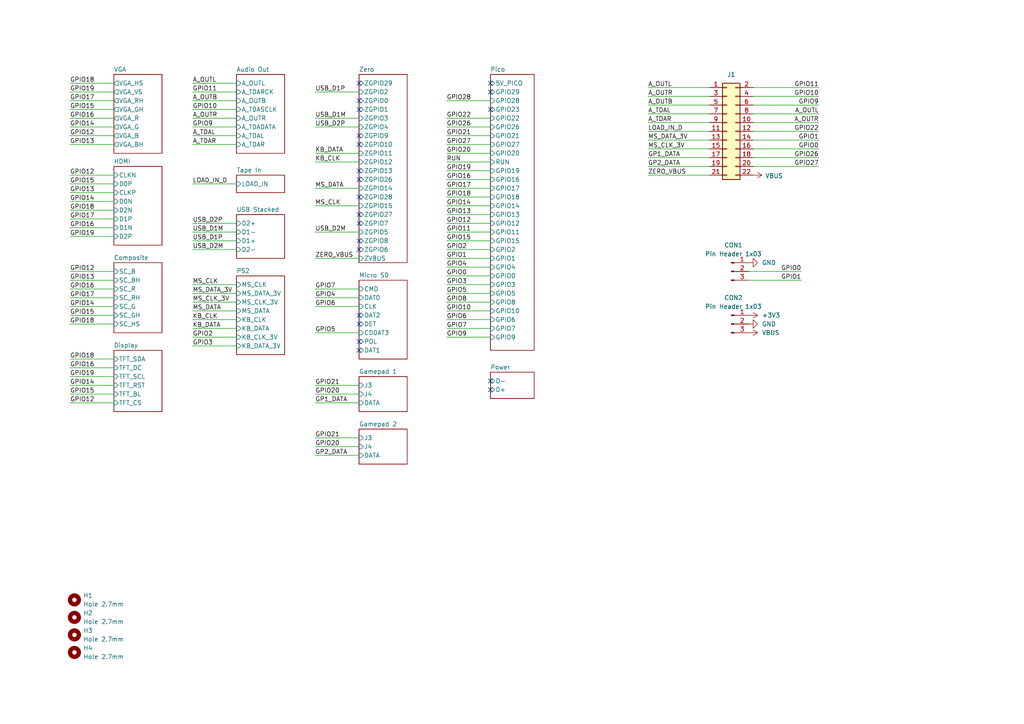
<source format=kicad_sch>
(kicad_sch (version 20231120) (generator "eeschema") (generator_version "8.0")
  (paper "A4")
  (title_block (title "FRANK") (date "2025-02-18") (rev "1.13") (company "Mikhail Matveev") (comment 1 "https://github.com/xtremespb/frank"))
  (lib_symbols
    (symbol "Connector:Conn_01x03_Pin" (pin_names (offset 1.016) hide)
      (property "Reference" "J" (at 0 5.08 0))
      (property "Value" "Conn_01x03_Pin" (at 0 -5.08 0))
      (symbol "Conn_01x03_Pin_1_1"
        (polyline (pts (xy 1.27 -2.54) (xy 0.8636 -2.54)) (stroke (width 0.1524)))
        (polyline (pts (xy 1.27 0) (xy 0.8636 0)) (stroke (width 0.1524)))
        (polyline (pts (xy 1.27 2.54) (xy 0.8636 2.54)) (stroke (width 0.1524)))
        (rectangle (start 0.8636 -2.413) (end 0 -2.667) (stroke (width 0.1524)) (fill (type outline)))
        (rectangle (start 0.8636 0.127) (end 0 -0.127) (stroke (width 0.1524)) (fill (type outline)))
        (rectangle (start 0.8636 2.667) (end 0 2.413) (stroke (width 0.1524)) (fill (type outline)))
        (pin passive line (at 5.08 2.54 180) (length 3.81) (name "Pin_1") (number "1"))
        (pin passive line (at 5.08 0 180) (length 3.81) (name "Pin_2") (number "2"))
        (pin passive line (at 5.08 -2.54 180) (length 3.81) (name "Pin_3") (number "3"))
      )
    )
    (symbol "Connector_Generic:Conn_02x11_Odd_Even" (pin_names (offset 1.016) hide)
      (property "Reference" "J" (at 1.27 15.24 0))
      (property "Value" "Conn_02x11_Odd_Even" (at 1.27 -15.24 0))
      (symbol "Conn_02x11_Odd_Even_1_1"
        (rectangle (start -1.27 -12.573) (end 0 -12.827) (stroke (width 0.1524)))
        (rectangle (start -1.27 -10.033) (end 0 -10.287) (stroke (width 0.1524)))
        (rectangle (start -1.27 -7.493) (end 0 -7.747) (stroke (width 0.1524)))
        (rectangle (start -1.27 -4.953) (end 0 -5.207) (stroke (width 0.1524)))
        (rectangle (start -1.27 -2.413) (end 0 -2.667) (stroke (width 0.1524)))
        (rectangle (start -1.27 0.127) (end 0 -0.127) (stroke (width 0.1524)))
        (rectangle (start -1.27 2.667) (end 0 2.413) (stroke (width 0.1524)))
        (rectangle (start -1.27 5.207) (end 0 4.953) (stroke (width 0.1524)))
        (rectangle (start -1.27 7.747) (end 0 7.493) (stroke (width 0.1524)))
        (rectangle (start -1.27 10.287) (end 0 10.033) (stroke (width 0.1524)))
        (rectangle (start -1.27 12.827) (end 0 12.573) (stroke (width 0.1524)))
        (rectangle (start -1.27 13.97) (end 3.81 -13.97) (stroke (width 0.254)) (fill (type background)))
        (rectangle (start 3.81 -12.573) (end 2.54 -12.827) (stroke (width 0.1524)))
        (rectangle (start 3.81 -10.033) (end 2.54 -10.287) (stroke (width 0.1524)))
        (rectangle (start 3.81 -7.493) (end 2.54 -7.747) (stroke (width 0.1524)))
        (rectangle (start 3.81 -4.953) (end 2.54 -5.207) (stroke (width 0.1524)))
        (rectangle (start 3.81 -2.413) (end 2.54 -2.667) (stroke (width 0.1524)))
        (rectangle (start 3.81 0.127) (end 2.54 -0.127) (stroke (width 0.1524)))
        (rectangle (start 3.81 2.667) (end 2.54 2.413) (stroke (width 0.1524)))
        (rectangle (start 3.81 5.207) (end 2.54 4.953) (stroke (width 0.1524)))
        (rectangle (start 3.81 7.747) (end 2.54 7.493) (stroke (width 0.1524)))
        (rectangle (start 3.81 10.287) (end 2.54 10.033) (stroke (width 0.1524)))
        (rectangle (start 3.81 12.827) (end 2.54 12.573) (stroke (width 0.1524)))
        (pin passive line (at -5.08 12.7 0) (length 3.81) (name "Pin_1") (number "1"))
        (pin passive line (at 7.62 2.54 180) (length 3.81) (name "Pin_10") (number "10"))
        (pin passive line (at -5.08 0 0) (length 3.81) (name "Pin_11") (number "11"))
        (pin passive line (at 7.62 0 180) (length 3.81) (name "Pin_12") (number "12"))
        (pin passive line (at -5.08 -2.54 0) (length 3.81) (name "Pin_13") (number "13"))
        (pin passive line (at 7.62 -2.54 180) (length 3.81) (name "Pin_14") (number "14"))
        (pin passive line (at -5.08 -5.08 0) (length 3.81) (name "Pin_15") (number "15"))
        (pin passive line (at 7.62 -5.08 180) (length 3.81) (name "Pin_16") (number "16"))
        (pin passive line (at -5.08 -7.62 0) (length 3.81) (name "Pin_17") (number "17"))
        (pin passive line (at 7.62 -7.62 180) (length 3.81) (name "Pin_18") (number "18"))
        (pin passive line (at -5.08 -10.16 0) (length 3.81) (name "Pin_19") (number "19"))
        (pin passive line (at 7.62 12.7 180) (length 3.81) (name "Pin_2") (number "2"))
        (pin passive line (at 7.62 -10.16 180) (length 3.81) (name "Pin_20") (number "20"))
        (pin passive line (at -5.08 -12.7 0) (length 3.81) (name "Pin_21") (number "21"))
        (pin passive line (at 7.62 -12.7 180) (length 3.81) (name "Pin_22") (number "22"))
        (pin passive line (at -5.08 10.16 0) (length 3.81) (name "Pin_3") (number "3"))
        (pin passive line (at 7.62 10.16 180) (length 3.81) (name "Pin_4") (number "4"))
        (pin passive line (at -5.08 7.62 0) (length 3.81) (name "Pin_5") (number "5"))
        (pin passive line (at 7.62 7.62 180) (length 3.81) (name "Pin_6") (number "6"))
        (pin passive line (at -5.08 5.08 0) (length 3.81) (name "Pin_7") (number "7"))
        (pin passive line (at 7.62 5.08 180) (length 3.81) (name "Pin_8") (number "8"))
        (pin passive line (at -5.08 2.54 0) (length 3.81) (name "Pin_9") (number "9"))
      )
    )
    (symbol "Mechanical:MountingHole" (pin_names (offset 1.016)) (exclude_from_sim yes) (in_bom no)
      (property "Reference" "H" (at 0 5.08 0))
      (property "Value" "MountingHole" (at 0 3.175 0))
      (symbol "MountingHole_0_1"
        (circle (center 0 0) (radius 1.27) (stroke (width 1.27)))
      )
    )
    (symbol "power:+3V3" (power) (pin_numbers hide) (pin_names (offset 0) hide)
      (property "Value" "+3V3" (at 0 3.556 0))
      (symbol "+3V3_0_1"
        (polyline (pts (xy -0.762 1.27) (xy 0 2.54)))
        (polyline (pts (xy 0 0) (xy 0 2.54)))
        (polyline (pts (xy 0 2.54) (xy 0.762 1.27)))
      )
      (symbol "+3V3_1_1"
        (pin power_in line (at 0 0 90) (length 0) (name "~") (number "1"))
      )
    )
    (symbol "power:GND" (power) (pin_numbers hide) (pin_names (offset 0) hide)
      (property "Value" "GND" (at 0 -3.81 0))
      (symbol "GND_0_1"
        (polyline (pts (xy 0 0) (xy 0 -1.27) (xy 1.27 -1.27) (xy 0 -2.54) (xy -1.27 -1.27) (xy 0 -1.27)))
      )
      (symbol "GND_1_1"
        (pin power_in line (at 0 0 270) (length 0) (name "~") (number "1"))
      )
    )
    (symbol "power:VBUS" (power) (pin_numbers hide) (pin_names (offset 0) hide)
      (property "Value" "VBUS" (at 0 3.556 0))
      (symbol "VBUS_0_1"
        (polyline (pts (xy -0.762 1.27) (xy 0 2.54)))
        (polyline (pts (xy 0 0) (xy 0 2.54)))
        (polyline (pts (xy 0 2.54) (xy 0.762 1.27)))
      )
      (symbol "VBUS_1_1"
        (pin power_in line (at 0 0 90) (length 0) (name "~") (number "1"))
      )
    )
  )
  (no_connect (at 104.14 101.6))
  (no_connect (at 104.14 52.07))
  (no_connect (at 104.14 62.23))
  (no_connect (at 104.14 72.39))
  (no_connect (at 104.14 99.06))
  (no_connect (at 142.24 24.13))
  (no_connect (at 104.14 57.15))
  (no_connect (at 104.14 64.77))
  (no_connect (at 104.14 93.98))
  (no_connect (at 104.14 69.85))
  (no_connect (at 104.14 91.44))
  (no_connect (at 104.14 49.53))
  (no_connect (at 104.14 29.21))
  (no_connect (at 142.24 31.75))
  (no_connect (at 142.24 26.67))
  (no_connect (at 104.14 24.13))
  (no_connect (at 104.14 31.75))
  (no_connect (at 142.24 113.03))
  (no_connect (at 142.24 110.49))
  (no_connect (at 104.14 41.91))
  (no_connect (at 104.14 39.37))
  (wire (pts (xy 55.88 95.25) (xy 68.58 95.25)))
  (wire (pts (xy 187.96 50.8) (xy 205.74 50.8)))
  (wire (pts (xy 129.54 52.07) (xy 142.24 52.07)))
  (wire (pts (xy 55.88 53.34) (xy 68.58 53.34)))
  (wire (pts (xy 218.44 38.1) (xy 237.49 38.1)))
  (wire (pts (xy 91.44 74.93) (xy 104.14 74.93)))
  (wire (pts (xy 91.44 86.36) (xy 104.14 86.36)))
  (wire (pts (xy 20.32 93.98) (xy 33.02 93.98)))
  (wire (pts (xy 187.96 48.26) (xy 205.74 48.26)))
  (wire (pts (xy 20.32 63.5) (xy 33.02 63.5)))
  (wire (pts (xy 91.44 59.69) (xy 104.14 59.69)))
  (wire (pts (xy 55.88 41.91) (xy 68.58 41.91)))
  (wire (pts (xy 187.96 25.4) (xy 205.74 25.4)))
  (wire (pts (xy 187.96 27.94) (xy 205.74 27.94)))
  (wire (pts (xy 20.32 106.68) (xy 33.02 106.68)))
  (wire (pts (xy 129.54 44.45) (xy 142.24 44.45)))
  (wire (pts (xy 91.44 67.31) (xy 104.14 67.31)))
  (wire (pts (xy 55.88 90.17) (xy 68.58 90.17)))
  (wire (pts (xy 20.32 39.37) (xy 33.02 39.37)))
  (wire (pts (xy 187.96 40.64) (xy 205.74 40.64)))
  (wire (pts (xy 55.88 72.39) (xy 68.58 72.39)))
  (wire (pts (xy 91.44 34.29) (xy 104.14 34.29)))
  (wire (pts (xy 129.54 74.93) (xy 142.24 74.93)))
  (wire (pts (xy 91.44 116.84) (xy 104.14 116.84)))
  (wire (pts (xy 232.41 81.28) (xy 217.17 81.28)))
  (wire (pts (xy 218.44 33.02) (xy 237.49 33.02)))
  (wire (pts (xy 20.32 41.91) (xy 33.02 41.91)))
  (wire (pts (xy 55.88 67.31) (xy 68.58 67.31)))
  (wire (pts (xy 91.44 54.61) (xy 104.14 54.61)))
  (wire (pts (xy 20.32 86.36) (xy 33.02 86.36)))
  (wire (pts (xy 187.96 38.1) (xy 205.74 38.1)))
  (wire (pts (xy 129.54 54.61) (xy 142.24 54.61)))
  (wire (pts (xy 218.44 27.94) (xy 237.49 27.94)))
  (wire (pts (xy 20.32 111.76) (xy 33.02 111.76)))
  (wire (pts (xy 55.88 29.21) (xy 68.58 29.21)))
  (wire (pts (xy 91.44 26.67) (xy 104.14 26.67)))
  (wire (pts (xy 91.44 36.83) (xy 104.14 36.83)))
  (wire (pts (xy 129.54 34.29) (xy 142.24 34.29)))
  (wire (pts (xy 20.32 58.42) (xy 33.02 58.42)))
  (wire (pts (xy 20.32 114.3) (xy 33.02 114.3)))
  (wire (pts (xy 129.54 46.99) (xy 142.24 46.99)))
  (wire (pts (xy 20.32 109.22) (xy 33.02 109.22)))
  (wire (pts (xy 187.96 43.18) (xy 205.74 43.18)))
  (wire (pts (xy 129.54 77.47) (xy 142.24 77.47)))
  (wire (pts (xy 129.54 95.25) (xy 142.24 95.25)))
  (wire (pts (xy 129.54 62.23) (xy 142.24 62.23)))
  (wire (pts (xy 91.44 127) (xy 104.14 127)))
  (wire (pts (xy 20.32 53.34) (xy 33.02 53.34)))
  (wire (pts (xy 129.54 87.63) (xy 142.24 87.63)))
  (wire (pts (xy 20.32 50.8) (xy 33.02 50.8)))
  (wire (pts (xy 20.32 83.82) (xy 33.02 83.82)))
  (wire (pts (xy 129.54 57.15) (xy 142.24 57.15)))
  (wire (pts (xy 91.44 44.45) (xy 104.14 44.45)))
  (wire (pts (xy 129.54 39.37) (xy 142.24 39.37)))
  (wire (pts (xy 55.88 92.71) (xy 68.58 92.71)))
  (wire (pts (xy 218.44 30.48) (xy 237.49 30.48)))
  (wire (pts (xy 91.44 96.52) (xy 104.14 96.52)))
  (wire (pts (xy 218.44 43.18) (xy 237.49 43.18)))
  (wire (pts (xy 55.88 97.79) (xy 68.58 97.79)))
  (wire (pts (xy 20.32 36.83) (xy 33.02 36.83)))
  (wire (pts (xy 20.32 31.75) (xy 33.02 31.75)))
  (wire (pts (xy 55.88 85.09) (xy 68.58 85.09)))
  (wire (pts (xy 55.88 26.67) (xy 68.58 26.67)))
  (wire (pts (xy 129.54 59.69) (xy 142.24 59.69)))
  (wire (pts (xy 20.32 24.13) (xy 33.02 24.13)))
  (wire (pts (xy 91.44 132.08) (xy 104.14 132.08)))
  (wire (pts (xy 20.32 66.04) (xy 33.02 66.04)))
  (wire (pts (xy 55.88 64.77) (xy 68.58 64.77)))
  (wire (pts (xy 20.32 78.74) (xy 33.02 78.74)))
  (wire (pts (xy 129.54 72.39) (xy 142.24 72.39)))
  (wire (pts (xy 55.88 87.63) (xy 68.58 87.63)))
  (wire (pts (xy 20.32 34.29) (xy 33.02 34.29)))
  (wire (pts (xy 20.32 55.88) (xy 33.02 55.88)))
  (wire (pts (xy 129.54 85.09) (xy 142.24 85.09)))
  (wire (pts (xy 218.44 45.72) (xy 237.49 45.72)))
  (wire (pts (xy 55.88 34.29) (xy 68.58 34.29)))
  (wire (pts (xy 129.54 82.55) (xy 142.24 82.55)))
  (wire (pts (xy 129.54 36.83) (xy 142.24 36.83)))
  (wire (pts (xy 218.44 40.64) (xy 237.49 40.64)))
  (wire (pts (xy 91.44 111.76) (xy 104.14 111.76)))
  (wire (pts (xy 218.44 48.26) (xy 237.49 48.26)))
  (wire (pts (xy 129.54 41.91) (xy 142.24 41.91)))
  (wire (pts (xy 218.44 35.56) (xy 237.49 35.56)))
  (wire (pts (xy 129.54 67.31) (xy 142.24 67.31)))
  (wire (pts (xy 55.88 69.85) (xy 68.58 69.85)))
  (wire (pts (xy 20.32 104.14) (xy 33.02 104.14)))
  (wire (pts (xy 20.32 81.28) (xy 33.02 81.28)))
  (wire (pts (xy 20.32 88.9) (xy 33.02 88.9)))
  (wire (pts (xy 55.88 24.13) (xy 68.58 24.13)))
  (wire (pts (xy 20.32 29.21) (xy 33.02 29.21)))
  (wire (pts (xy 20.32 91.44) (xy 33.02 91.44)))
  (wire (pts (xy 129.54 97.79) (xy 142.24 97.79)))
  (wire (pts (xy 55.88 36.83) (xy 68.58 36.83)))
  (wire (pts (xy 129.54 90.17) (xy 142.24 90.17)))
  (wire (pts (xy 129.54 29.21) (xy 142.24 29.21)))
  (wire (pts (xy 55.88 31.75) (xy 68.58 31.75)))
  (wire (pts (xy 129.54 69.85) (xy 142.24 69.85)))
  (wire (pts (xy 218.44 25.4) (xy 237.49 25.4)))
  (wire (pts (xy 187.96 30.48) (xy 205.74 30.48)))
  (wire (pts (xy 129.54 64.77) (xy 142.24 64.77)))
  (wire (pts (xy 187.96 35.56) (xy 205.74 35.56)))
  (wire (pts (xy 91.44 114.3) (xy 104.14 114.3)))
  (wire (pts (xy 187.96 45.72) (xy 205.74 45.72)))
  (wire (pts (xy 232.41 78.74) (xy 217.17 78.74)))
  (wire (pts (xy 20.32 116.84) (xy 33.02 116.84)))
  (wire (pts (xy 129.54 49.53) (xy 142.24 49.53)))
  (wire (pts (xy 55.88 100.33) (xy 68.58 100.33)))
  (wire (pts (xy 55.88 39.37) (xy 68.58 39.37)))
  (wire (pts (xy 91.44 129.54) (xy 104.14 129.54)))
  (wire (pts (xy 91.44 46.99) (xy 104.14 46.99)))
  (wire (pts (xy 20.32 26.67) (xy 33.02 26.67)))
  (wire (pts (xy 20.32 60.96) (xy 33.02 60.96)))
  (wire (pts (xy 129.54 92.71) (xy 142.24 92.71)))
  (wire (pts (xy 91.44 88.9) (xy 104.14 88.9)))
  (wire (pts (xy 129.54 80.01) (xy 142.24 80.01)))
  (wire (pts (xy 20.32 68.58) (xy 33.02 68.58)))
  (wire (pts (xy 55.88 82.55) (xy 68.58 82.55)))
  (wire (pts (xy 187.96 33.02) (xy 205.74 33.02)))
  (wire (pts (xy 91.44 83.82) (xy 104.14 83.82)))
  (label "GPIO16" (at 20.32 83.82 0))
  (label "A_OUTL" (at 237.49 33.02 180))
  (label "GPIO13" (at 20.32 55.88 0))
  (label "GPIO20" (at 91.44 129.54 0))
  (label "GPIO21" (at 91.44 127 0))
  (label "GPIO7" (at 91.44 83.82 0))
  (label "GPIO18" (at 20.32 24.13 0))
  (label "USB_D1P" (at 91.44 26.67 0))
  (label "GPIO15" (at 20.32 31.75 0))
  (label "GPIO20" (at 129.54 44.45 0))
  (label "GPIO14" (at 20.32 88.9 0))
  (label "GPIO9" (at 129.54 97.79 0))
  (label "GPIO3" (at 129.54 82.55 0))
  (label "GP1_DATA" (at 91.44 116.84 0))
  (label "GPIO1" (at 232.41 81.28 180))
  (label "GPIO27" (at 129.54 41.91 0))
  (label "GPIO17" (at 129.54 54.61 0))
  (label "GPIO20" (at 91.44 114.3 0))
  (label "A_TDAL" (at 187.96 33.02 0))
  (label "GPIO27" (at 237.49 48.26 180))
  (label "GPIO6" (at 129.54 92.71 0))
  (label "GPIO9" (at 55.88 36.83 0))
  (label "LOAD_IN_D" (at 55.88 53.34 0))
  (label "A_OUTL" (at 187.96 25.4 0))
  (label "GPIO5" (at 91.44 96.52 0))
  (label "MS_DATA" (at 55.88 90.17 0))
  (label "ZERO_VBUS" (at 187.96 50.8 0))
  (label "GPIO11" (at 55.88 26.67 0))
  (label "GP2_DATA" (at 187.96 48.26 0))
  (label "RUN" (at 129.54 46.99 0))
  (label "ZERO_VBUS" (at 91.44 74.93 0))
  (label "GPIO10" (at 55.88 31.75 0))
  (label "GPIO15" (at 20.32 91.44 0))
  (label "GPIO18" (at 20.32 60.96 0))
  (label "GPIO13" (at 129.54 62.23 0))
  (label "GPIO8" (at 129.54 87.63 0))
  (label "KB_DATA" (at 55.88 95.25 0))
  (label "KB_CLK" (at 91.44 46.99 0))
  (label "MS_CLK_3V" (at 187.96 43.18 0))
  (label "USB_D1M" (at 55.88 67.31 0))
  (label "GPIO1" (at 237.49 40.64 180))
  (label "USB_D2P" (at 55.88 64.77 0))
  (label "A_TDAL" (at 55.88 39.37 0))
  (label "GPIO2" (at 129.54 72.39 0))
  (label "GPIO28" (at 129.54 29.21 0))
  (label "GPIO13" (at 20.32 81.28 0))
  (label "GPIO14" (at 129.54 59.69 0))
  (label "GPIO22" (at 129.54 34.29 0))
  (label "LOAD_IN_D" (at 187.96 38.1 0))
  (label "USB_D2M" (at 55.88 72.39 0))
  (label "GPIO2" (at 55.88 97.79 0))
  (label "MS_DATA" (at 91.44 54.61 0))
  (label "MS_CLK" (at 91.44 59.69 0))
  (label "KB_CLK" (at 55.88 92.71 0))
  (label "MS_CLK" (at 55.88 82.55 0))
  (label "GPIO19" (at 129.54 49.53 0))
  (label "A_OUTB" (at 55.88 29.21 0))
  (label "GPIO13" (at 20.32 41.91 0))
  (label "GPIO18" (at 129.54 57.15 0))
  (label "GPIO19" (at 20.32 109.22 0))
  (label "GPIO21" (at 129.54 39.37 0))
  (label "GPIO9" (at 237.49 30.48 180))
  (label "GPIO17" (at 20.32 86.36 0))
  (label "GPIO14" (at 20.32 111.76 0))
  (label "GPIO19" (at 20.32 68.58 0))
  (label "GPIO19" (at 20.32 26.67 0))
  (label "A_OUTB" (at 187.96 30.48 0))
  (label "GPIO6" (at 91.44 88.9 0))
  (label "GPIO12" (at 20.32 50.8 0))
  (label "GPIO5" (at 129.54 85.09 0))
  (label "GP2_DATA" (at 91.44 132.08 0))
  (label "GPIO18" (at 20.32 104.14 0))
  (label "GPIO3" (at 55.88 100.33 0))
  (label "MS_DATA_3V" (at 55.88 85.09 0))
  (label "MS_DATA_3V" (at 187.96 40.64 0))
  (label "GPIO14" (at 20.32 58.42 0))
  (label "GPIO15" (at 20.32 114.3 0))
  (label "GPIO17" (at 20.32 63.5 0))
  (label "GPIO10" (at 129.54 90.17 0))
  (label "KB_DATA" (at 91.44 44.45 0))
  (label "GPIO14" (at 20.32 36.83 0))
  (label "USB_D2P" (at 91.44 36.83 0))
  (label "MS_CLK_3V" (at 55.88 87.63 0))
  (label "GP1_DATA" (at 187.96 45.72 0))
  (label "GPIO11" (at 129.54 67.31 0))
  (label "GPIO4" (at 129.54 77.47 0))
  (label "GPIO10" (at 237.49 27.94 180))
  (label "GPIO7" (at 129.54 95.25 0))
  (label "GPIO26" (at 237.49 45.72 180))
  (label "A_OUTR" (at 187.96 27.94 0))
  (label "GPIO18" (at 20.32 93.98 0))
  (label "GPIO15" (at 129.54 69.85 0))
  (label "GPIO16" (at 20.32 34.29 0))
  (label "GPIO11" (at 237.49 25.4 180))
  (label "GPIO12" (at 20.32 39.37 0))
  (label "A_OUTR" (at 55.88 34.29 0))
  (label "GPIO17" (at 20.32 29.21 0))
  (label "A_OUTR" (at 237.49 35.56 180))
  (label "GPIO0" (at 129.54 80.01 0))
  (label "A_TDAR" (at 187.96 35.56 0))
  (label "GPIO12" (at 129.54 64.77 0))
  (label "GPIO1" (at 129.54 74.93 0))
  (label "A_TDAR" (at 55.88 41.91 0))
  (label "GPIO0" (at 232.41 78.74 180))
  (label "GPIO4" (at 91.44 86.36 0))
  (label "GPIO21" (at 91.44 111.76 0))
  (label "A_OUTL" (at 55.88 24.13 0))
  (label "GPIO26" (at 129.54 36.83 0))
  (label "GPIO15" (at 20.32 53.34 0))
  (label "GPIO16" (at 20.32 106.68 0))
  (label "USB_D1M" (at 91.44 34.29 0))
  (label "GPIO12" (at 20.32 78.74 0))
  (label "GPIO0" (at 237.49 43.18 180))
  (label "GPIO22" (at 237.49 38.1 180))
  (label "GPIO12" (at 20.32 116.84 0))
  (label "GPIO16" (at 20.32 66.04 0))
  (label "GPIO16" (at 129.54 52.07 0))
  (label "USB_D2M" (at 91.44 67.31 0))
  (label "USB_D1P" (at 55.88 69.85 0))
  (symbol (lib_id "power:VBUS") (at 217.17 96.52 270) (unit 1)
    (property "Reference" "#PWR05" (effects (hide yes)))
    (property "Value" "VBUS" (at 220.98 96.5199 90) (effects (justify left)))
    (property "Description" "Power symbol creates a global label with name \"VBUS\"" (effects (hide yes)))
  )
  (symbol (lib_id "Connector:Conn_01x03_Pin") (at 212.09 78.74 0) (unit 1)
    (property "Reference" "CON1" (at 212.725 71.12 0))
    (property "Value" "Pin Header 1x03" (at 212.725 73.66 0))
    (property "Footprint" "FRANK:Pin Header (1x03)" (effects (hide yes)))
    (property "Description" "Generic connector, single row, 01x03, script generated" (effects (hide yes)))
    (property "AliExpress" "https://www.aliexpress.com/item/1005007039504981.html" (effects (hide yes)))
  )
  (symbol (lib_id "power:+3V3") (at 217.17 91.44 270) (unit 1)
    (property "Reference" "#PWR03" (effects (hide yes)))
    (property "Value" "+3V3" (at 220.98 91.4399 90) (effects (justify left)))
    (property "Description" "Power symbol creates a global label with name \"+3V3\"" (effects (hide yes)))
  )
  (symbol (lib_id "Connector_Generic:Conn_02x11_Odd_Even") (at 210.82 38.1 0) (unit 1)
    (property "Reference" "J1" (at 212.09 21.59 0))
    (property "Value" "Pin Header 2x18" (effects (hide yes)))
    (property "Footprint" "FRANK:Pin Header (2x11)" (effects (hide yes)))
    (property "Description" "Generic connector, double row, 02x11, odd/even pin numbering scheme (row 1 odd numbers, row 2 even numbers), script generated (kicad-library-utils/schlib/autogen/connector/)" (effects (hide yes)))
    (property "AliExpress" "https://www.aliexpress.com/item/1005006804478835.html" (effects (hide yes)))
  )
  (symbol (lib_id "power:GND") (at 217.17 76.2 90) (unit 1)
    (property "Reference" "#PWR02" (effects (hide yes)))
    (property "Value" "GND" (at 220.98 76.1999 90) (effects (justify right)))
    (property "Description" "Power symbol creates a global label with name \"GND\" , ground" (effects (hide yes)))
  )
  (symbol (lib_id "power:GND") (at 217.17 93.98 90) (unit 1)
    (property "Reference" "#PWR04" (effects (hide yes)))
    (property "Value" "GND" (at 220.98 93.9799 90) (effects (justify right)))
    (property "Description" "Power symbol creates a global label with name \"GND\" , ground" (effects (hide yes)))
  )
  (symbol (lib_id "Mechanical:MountingHole") (at 21.59 184.15 0) (unit 1) (exclude_from_sim yes) (in_bom no)
    (property "Reference" "H3" (at 24.13 182.8799 0) (effects (justify left)))
    (property "Value" "Hole 2.7mm" (at 24.13 185.4199 0) (effects (justify left)))
    (property "Footprint" "FRANK:Mounting Hole (2.7mm)" (effects (hide yes)))
    (property "Description" "Mounting Hole without connection" (effects (hide yes)))
  )
  (symbol (lib_id "Mechanical:MountingHole") (at 21.59 179.07 0) (unit 1) (exclude_from_sim yes) (in_bom no)
    (property "Reference" "H2" (at 24.13 177.7999 0) (effects (justify left)))
    (property "Value" "Hole 2.7mm" (at 24.13 180.3399 0) (effects (justify left)))
    (property "Footprint" "FRANK:Mounting Hole (2.7mm)" (effects (hide yes)))
    (property "Description" "Mounting Hole without connection" (effects (hide yes)))
  )
  (symbol (lib_id "Mechanical:MountingHole") (at 21.59 189.23 0) (unit 1) (exclude_from_sim yes) (in_bom no)
    (property "Reference" "H4" (at 24.13 187.9599 0) (effects (justify left)))
    (property "Value" "Hole 2.7mm" (at 24.13 190.4999 0) (effects (justify left)))
    (property "Footprint" "FRANK:Mounting Hole (2.7mm)" (effects (hide yes)))
    (property "Description" "Mounting Hole without connection" (effects (hide yes)))
  )
  (symbol (lib_id "Mechanical:MountingHole") (at 21.59 173.99 0) (unit 1) (exclude_from_sim yes) (in_bom no)
    (property "Reference" "H1" (at 24.13 172.7199 0) (effects (justify left)))
    (property "Value" "Hole 2.7mm" (at 24.13 175.2599 0) (effects (justify left)))
    (property "Footprint" "FRANK:Mounting Hole (2.7mm)" (effects (hide yes)))
    (property "Description" "Mounting Hole without connection" (effects (hide yes)))
  )
  (symbol (lib_id "power:VBUS") (at 218.44 50.8 270) (unit 1)
    (property "Reference" "#PWR01" (effects (hide yes)))
    (property "Value" "VBUS" (at 221.9488 51.0216 90) (effects (justify left)))
    (property "Description" "Power symbol creates a global label with name \"VBUS\"" (effects (hide yes)))
  )
  (symbol (lib_id "Connector:Conn_01x03_Pin") (at 212.09 93.98 0) (unit 1)
    (property "Reference" "CON2" (at 212.725 86.36 0))
    (property "Value" "Pin Header 1x03" (at 212.725 88.9 0))
    (property "Footprint" "FRANK:Pin Header (1x03)" (effects (hide yes)))
    (property "Description" "Generic connector, single row, 01x03, script generated" (effects (hide yes)))
    (property "AliExpress" "https://www.aliexpress.com/item/1005007039504981.html" (effects (hide yes)))
  )
  (sheet (at 33.02 101.6) (size 13.97 17.78) (stroke (width 0.1524))
    (property "Sheetname" "Display" (at 33.02 100.8884 0) (effects (justify left bottom)))
    (property "Sheetfile" "display.kicad_sch" (effects (hide yes)))
    (pin "TFT_SDA" input (at 33.02 104.14 180))
    (pin "TFT_DC" input (at 33.02 106.68 180))
    (pin "TFT_SCL" input (at 33.02 109.22 180))
    (pin "TFT_RST" input (at 33.02 111.76 180))
    (pin "TFT_BL" input (at 33.02 114.3 180))
    (pin "TFT_CS" input (at 33.02 116.84 180))
  )
  (sheet (at 33.02 21.59) (size 13.97 22.86) (stroke (width 0.1524))
    (property "Sheetname" "VGA" (at 33.02 20.8784 0) (effects (justify left bottom)))
    (property "Sheetfile" "vga.kicad_sch" (effects (hide yes)))
    (pin "VGA_HS" output (at 33.02 24.13 180))
    (pin "VGA_VS" output (at 33.02 26.67 180))
    (pin "VGA_RH" output (at 33.02 29.21 180))
    (pin "VGA_GH" output (at 33.02 31.75 180))
    (pin "VGA_R" output (at 33.02 34.29 180))
    (pin "VGA_G" output (at 33.02 36.83 180))
    (pin "VGA_B" output (at 33.02 39.37 180))
    (pin "VGA_BH" output (at 33.02 41.91 180))
  )
  (sheet (at 104.14 81.28) (size 13.97 22.86) (stroke (width 0.1524))
    (property "Sheetname" "Micro SD" (at 104.14 80.5684 0) (effects (justify left bottom)))
    (property "Sheetfile" "sd.kicad_sch" (effects (hide yes)))
    (pin "CMD" input (at 104.14 83.82 180))
    (pin "DAT0" input (at 104.14 86.36 180))
    (pin "CLK" input (at 104.14 88.9 180))
    (pin "DAT2" input (at 104.14 91.44 180))
    (pin "DET" input (at 104.14 93.98 180))
    (pin "CDDAT3" input (at 104.14 96.52 180))
    (pin "POL" input (at 104.14 99.06 180))
    (pin "DAT1" input (at 104.14 101.6 180))
  )
  (sheet (at 33.02 76.2) (size 13.97 20.32) (stroke (width 0.1524))
    (property "Sheetname" "Composite" (at 33.02 75.4884 0) (effects (justify left bottom)))
    (property "Sheetfile" "composite.kicad_sch" (effects (hide yes)))
    (pin "SC_B" input (at 33.02 78.74 180))
    (pin "SC_BH" input (at 33.02 81.28 180))
    (pin "SC_R" input (at 33.02 83.82 180))
    (pin "SC_RH" input (at 33.02 86.36 180))
    (pin "SC_G" input (at 33.02 88.9 180))
    (pin "SC_GH" input (at 33.02 91.44 180))
    (pin "SC_HS" input (at 33.02 93.98 180))
  )
  (sheet (at 68.58 50.8) (size 13.97 5.08) (stroke (width 0.1524))
    (property "Sheetname" "Tape In" (at 68.58 50.0884 0) (effects (justify left bottom)))
    (property "Sheetfile" "tape.kicad_sch" (effects (hide yes)))
    (pin "LOAD_IN" input (at 68.58 53.34 180))
  )
  (sheet (at 142.24 107.95) (size 12.7 7.62) (stroke (width 0.1524))
    (property "Sheetname" "Power" (at 142.24 107.2384 0) (effects (justify left bottom)))
    (property "Sheetfile" "power.kicad_sch" (effects (hide yes)))
    (pin "D-" input (at 142.24 110.49 180))
    (pin "D+" input (at 142.24 113.03 180))
  )
  (sheet (at 142.24 21.59) (size 12.7 80.01) (stroke (width 0.1524))
    (property "Sheetname" "Pico" (at 142.24 20.8784 0) (effects (justify left bottom)))
    (property "Sheetfile" "pico.kicad_sch" (effects (hide yes)))
    (pin "5V_PICO" input (at 142.24 24.13 180))
    (pin "GPIO29" input (at 142.24 26.67 180))
    (pin "GPIO28" input (at 142.24 29.21 180))
    (pin "GPIO23" input (at 142.24 31.75 180))
    (pin "GPIO22" input (at 142.24 34.29 180))
    (pin "GPIO26" input (at 142.24 36.83 180))
    (pin "GPIO21" input (at 142.24 39.37 180))
    (pin "GPIO27" input (at 142.24 41.91 180))
    (pin "GPIO20" input (at 142.24 44.45 180))
    (pin "RUN" input (at 142.24 46.99 180))
    (pin "GPIO19" input (at 142.24 49.53 180))
    (pin "GPIO16" input (at 142.24 52.07 180))
    (pin "GPIO17" input (at 142.24 54.61 180))
    (pin "GPIO18" input (at 142.24 57.15 180))
    (pin "GPIO14" input (at 142.24 59.69 180))
    (pin "GPIO13" input (at 142.24 62.23 180))
    (pin "GPIO12" input (at 142.24 64.77 180))
    (pin "GPIO11" input (at 142.24 67.31 180))
    (pin "GPIO15" input (at 142.24 69.85 180))
    (pin "GPIO2" input (at 142.24 72.39 180))
    (pin "GPIO1" input (at 142.24 74.93 180))
    (pin "GPIO4" input (at 142.24 77.47 180))
    (pin "GPIO0" input (at 142.24 80.01 180))
    (pin "GPIO3" input (at 142.24 82.55 180))
    (pin "GPIO5" input (at 142.24 85.09 180))
    (pin "GPIO8" input (at 142.24 87.63 180))
    (pin "GPIO10" input (at 142.24 90.17 180))
    (pin "GPIO6" input (at 142.24 92.71 180))
    (pin "GPIO7" input (at 142.24 95.25 180))
    (pin "GPIO9" input (at 142.24 97.79 180))
  )
  (sheet (at 104.14 109.22) (size 13.97 10.16) (stroke (width 0.1524))
    (property "Sheetname" "Gamepad 1" (at 104.14 108.5084 0) (effects (justify left bottom)))
    (property "Sheetfile" "gamepad.kicad_sch" (effects (hide yes)))
    (pin "J3" input (at 104.14 111.76 180))
    (pin "J4" input (at 104.14 114.3 180))
    (pin "DATA" input (at 104.14 116.84 180))
  )
  (sheet (at 68.58 80.01) (size 13.97 22.86) (stroke (width 0.1524))
    (property "Sheetname" "PS2" (at 68.58 79.2984 0) (effects (justify left bottom)))
    (property "Sheetfile" "ps2.kicad_sch" (effects (hide yes)))
    (pin "MS_CLK" input (at 68.58 82.55 180))
    (pin "MS_DATA_3V" input (at 68.58 85.09 180))
    (pin "MS_CLK_3V" input (at 68.58 87.63 180))
    (pin "MS_DATA" input (at 68.58 90.17 180))
    (pin "KB_CLK" input (at 68.58 92.71 180))
    (pin "KB_DATA" input (at 68.58 95.25 180))
    (pin "KB_CLK_3V" input (at 68.58 97.79 180))
    (pin "KB_DATA_3V" input (at 68.58 100.33 180))
  )
  (sheet (at 68.58 62.23) (size 13.97 12.7) (stroke (width 0.1524))
    (property "Sheetname" "USB Stacked" (at 68.58 61.5184 0) (effects (justify left bottom)))
    (property "Sheetfile" "usbstack.kicad_sch" (effects (hide yes)))
    (pin "D2+" input (at 68.58 64.77 180))
    (pin "D1-" input (at 68.58 67.31 180))
    (pin "D1+" input (at 68.58 69.85 180))
    (pin "D2-" input (at 68.58 72.39 180))
  )
  (sheet (at 33.02 48.26) (size 13.97 22.86) (stroke (width 0.1524))
    (property "Sheetname" "HDMI" (at 33.02 47.5484 0) (effects (justify left bottom)))
    (property "Sheetfile" "hdmi.kicad_sch" (effects (hide yes)))
    (pin "CLKN" input (at 33.02 50.8 180))
    (pin "D0P" input (at 33.02 53.34 180))
    (pin "CLKP" input (at 33.02 55.88 180))
    (pin "D0N" input (at 33.02 58.42 180))
    (pin "D2N" input (at 33.02 60.96 180))
    (pin "D1P" input (at 33.02 63.5 180))
    (pin "D1N" input (at 33.02 66.04 180))
    (pin "D2P" input (at 33.02 68.58 180))
  )
  (sheet (at 104.14 124.46) (size 13.97 10.16) (stroke (width 0.1524))
    (property "Sheetname" "Gamepad 2" (at 104.14 123.7484 0) (effects (justify left bottom)))
    (property "Sheetfile" "gamepad.kicad_sch" (effects (hide yes)))
    (pin "J3" input (at 104.14 127 180))
    (pin "J4" input (at 104.14 129.54 180))
    (pin "DATA" input (at 104.14 132.08 180))
  )
  (sheet (at 68.58 21.59) (size 13.97 22.86) (stroke (width 0.1524))
    (property "Sheetname" "Audio Out" (at 68.58 20.8784 0) (effects (justify left bottom)))
    (property "Sheetfile" "audio.kicad_sch" (effects (hide yes)))
    (pin "A_OUTL" input (at 68.58 24.13 180))
    (pin "A_TDARCK" input (at 68.58 26.67 180))
    (pin "A_OUTB" input (at 68.58 29.21 180))
    (pin "A_TDASCLK" input (at 68.58 31.75 180))
    (pin "A_OUTR" input (at 68.58 34.29 180))
    (pin "A_TDADATA" input (at 68.58 36.83 180))
    (pin "A_TDAL" input (at 68.58 39.37 180))
    (pin "A_TDAR" input (at 68.58 41.91 180))
  )
  (sheet (at 104.14 21.59) (size 13.97 54.61) (stroke (width 0.1524))
    (property "Sheetname" "Zero" (at 104.14 20.8784 0) (effects (justify left bottom)))
    (property "Sheetfile" "zero.kicad_sch" (effects (hide yes)))
    (pin "ZGPIO29" input (at 104.14 24.13 180))
    (pin "ZGPIO2" input (at 104.14 26.67 180))
    (pin "ZGPIO0" input (at 104.14 29.21 180))
    (pin "ZGPIO1" input (at 104.14 31.75 180))
    (pin "ZGPIO3" input (at 104.14 34.29 180))
    (pin "ZGPIO4" input (at 104.14 36.83 180))
    (pin "ZGPIO9" input (at 104.14 39.37 180))
    (pin "ZGPIO10" input (at 104.14 41.91 180))
    (pin "ZGPIO11" input (at 104.14 44.45 180))
    (pin "ZGPIO12" input (at 104.14 46.99 180))
    (pin "ZGPIO13" input (at 104.14 49.53 180))
    (pin "ZGPIO26" input (at 104.14 52.07 180))
    (pin "ZGPIO14" input (at 104.14 54.61 180))
    (pin "ZGPIO28" input (at 104.14 57.15 180))
    (pin "ZGPIO15" input (at 104.14 59.69 180))
    (pin "ZGPIO27" input (at 104.14 62.23 180))
    (pin "ZGPIO7" input (at 104.14 64.77 180))
    (pin "ZGPIO5" input (at 104.14 67.31 180))
    (pin "ZGPIO8" input (at 104.14 69.85 180))
    (pin "ZGPIO6" input (at 104.14 72.39 180))
    (pin "ZVBUS" input (at 104.14 74.93 180))
  )
)
</source>
